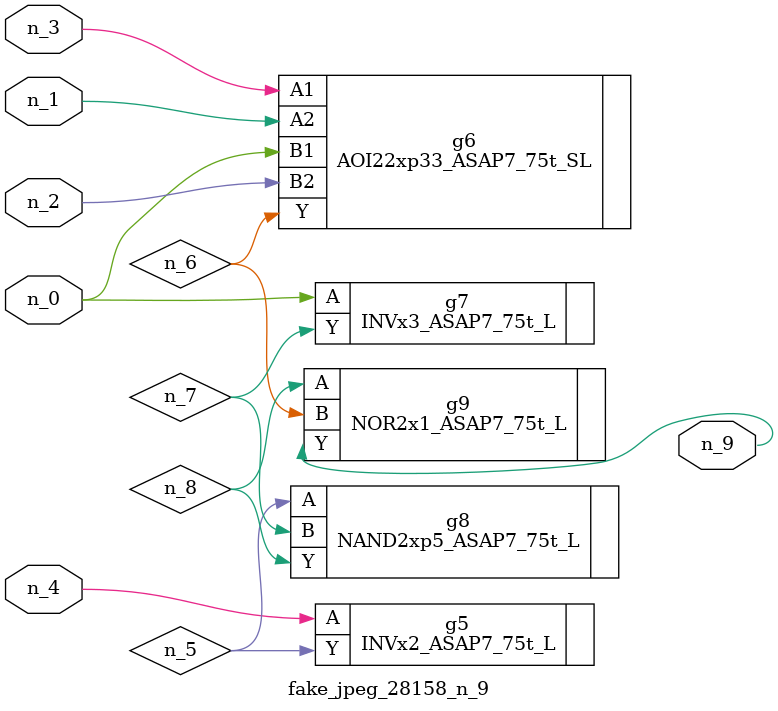
<source format=v>
module fake_jpeg_28158_n_9 (n_3, n_2, n_1, n_0, n_4, n_9);

input n_3;
input n_2;
input n_1;
input n_0;
input n_4;

output n_9;

wire n_8;
wire n_6;
wire n_5;
wire n_7;

INVx2_ASAP7_75t_L g5 ( 
.A(n_4),
.Y(n_5)
);

AOI22xp33_ASAP7_75t_SL g6 ( 
.A1(n_3),
.A2(n_1),
.B1(n_0),
.B2(n_2),
.Y(n_6)
);

INVx3_ASAP7_75t_L g7 ( 
.A(n_0),
.Y(n_7)
);

NAND2xp5_ASAP7_75t_L g8 ( 
.A(n_5),
.B(n_7),
.Y(n_8)
);

NOR2x1_ASAP7_75t_L g9 ( 
.A(n_8),
.B(n_6),
.Y(n_9)
);


endmodule
</source>
